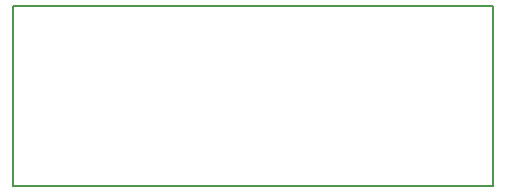
<source format=gbr>
G04 DipTrace 2.4.0.2*
%INBoardOutline.gbr*%
%MOIN*%
%ADD11C,0.0055*%
%FSLAX44Y44*%
G04*
G70*
G90*
G75*
G01*
%LNBoardOutline*%
%LPD*%
X0Y0D2*
D11*
X16000D1*
Y6000D1*
X0D1*
Y0D1*
M02*

</source>
